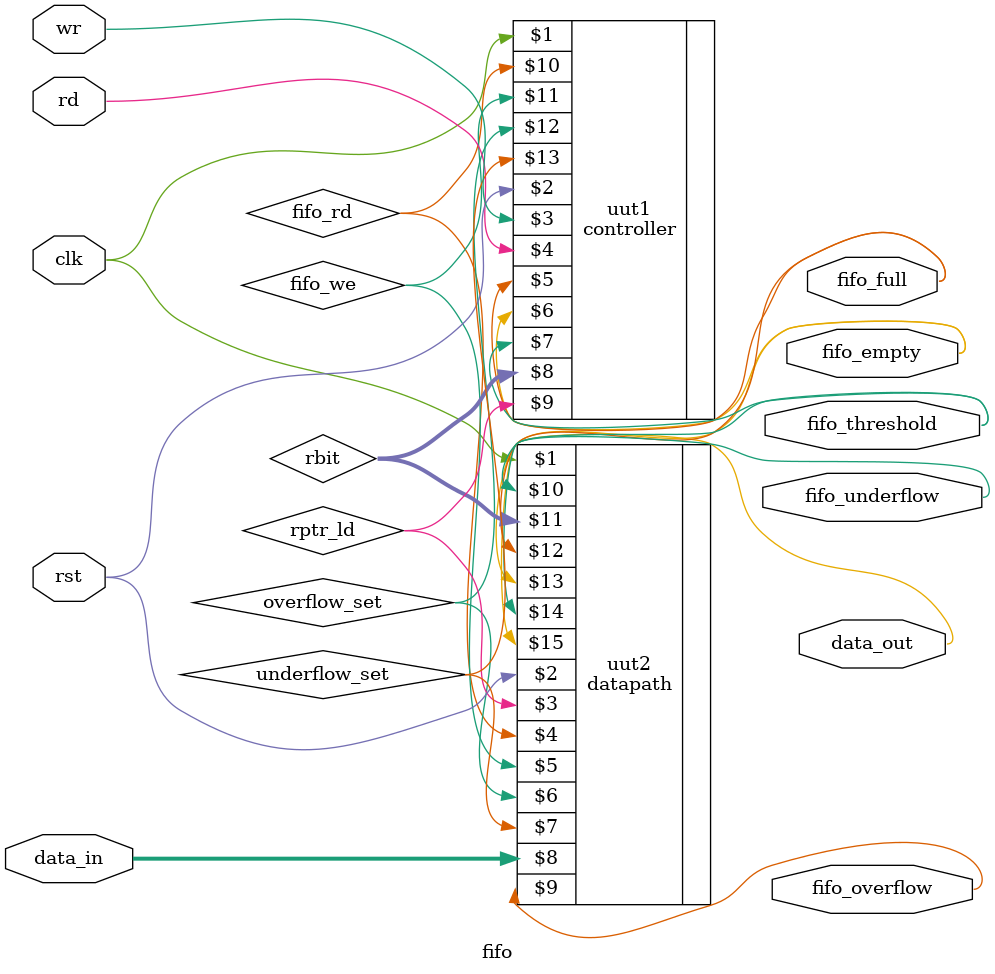
<source format=v>
`timescale 1ns / 1ps


module fifo(
    input wr, rd, clk, rst,
    input [7:0] data_in,  
    output data_out,  
           fifo_full, 
           fifo_empty, 
           fifo_threshold, 
           fifo_overflow, 
           fifo_underflow  
    );
    
    wire [4:0] wptr, rptr;
    wire [3:0] rbit;
    wire rptr_ld,fifo_rd,fifo_we,overflow_set, underflow_set;
    
    controller uut1(clk,
                    rst,
                    wr, 
                    rd,
                    fifo_full,
                    fifo_empty, 
                    fifo_threshold,
                    rbit,
                    rptr_ld,
                    fifo_rd,
                    fifo_we,
                    overflow_set, 
                    underflow_set);
                    
                    
    datapath uut2(clk,
                  rst,
                  rptr_ld,
                  fifo_rd,
                  fifo_we,
                  overflow_set, 
                  underflow_set,
                  data_in,  
                  fifo_overflow, 
                  fifo_underflow,   
                  rbit,
                  fifo_full, 
                  fifo_empty, 
                  fifo_threshold, 
                  data_out);            
  
endmodule

</source>
